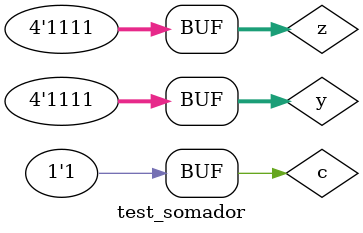
<source format=v>

module C1 (output  s,
input  a, 
input  b);

xor XOR1 (s,a,b);

endmodule//C1 

module adder (output  s0, output s1,
input  a, 
input  b);

xor XOR1 (s0,a,b);
and AND1 (s1,a,b);

endmodule//adder

module fulladder (output  s0, output s1,
input  a, 
input  b,
input  c);
wire x,y,z;

adder AD1 (x,y,a,b);
adder AD2 (s0,z,x,c);
or OR1 (s1,z,y);

endmodule//fulladder

module somador (output  s0, output  s1, output  s2, output  s3, output  s4,
input  [3:0] a, 
input  [3:0] b,
input c);

wire w,p,q,r;
wire [3:0] z;
C1 c0(z[0],c,b[0]);
C1 c1(z[1],c,b[1]);
C1 c2(z[2],c,b[2]);
C1 c3(z[3],c,b[3]);
fulladder FA1(s0,w,a[0],z[0],c);
fulladder FA2(s1,p,a[1],z[1],w);
fulladder FA3(s2,q,a[2],z[2],p);
fulladder FA4(s3,r,a[3],z[3],q);
C1 c4(s4,r,c);

endmodule//somador

module test_somador; 
// ------------------------- definir dados 
reg [3:0] y,z;  
reg c;
wire g,h,i,j,k;
somador modulo1 (g,h,i,j,k,y,z,c);
// ------------------------- parte principal 
initial begin 
$display("Exemplo0031 - Gabriel Luiz M. G. Vieira - 441691"); 
$display("Test LU's module"); 
y = 4'b0000; z = 4'b0000; c = 'b0;
// projetar testes do modulo 
#1 $monitor("%4b  %4b  %1b = %1b %4b%4b%4b%4b ",y,z,c,k,j,i,h,g);
#1 y = 4'b0001; z = 4'b0000; c = 'b0;
#1 y = 4'b0001; z = 4'b0001; c = 'b0;
#1 y = 4'b0010; z = 4'b0001; c = 'b0;
#1 y = 4'b0010; z = 4'b0010; c = 'b0;
#1 y = 4'b0011; z = 4'b0010; c = 'b0;
#1 y = 4'b0011; z = 4'b0011; c = 'b0;
#1 y = 4'b0100; z = 4'b0011; c = 'b0;
#1 y = 4'b0100; z = 4'b0100; c = 'b0;
#1 y = 4'b0101; z = 4'b0100; c = 'b0;
#1 y = 4'b0101; z = 4'b0101; c = 'b0;
#1 y = 4'b0110; z = 4'b0101; c = 'b0;
#1 y = 4'b0110; z = 4'b0110; c = 'b0;
#1 y = 4'b0111; z = 4'b0110; c = 'b0;
#1 y = 4'b0111; z = 4'b0111; c = 'b0;
#1 y = 4'b1000; z = 4'b0111; c = 'b0;
#1 y = 4'b1000; z = 4'b1000; c = 'b0;
#1 y = 4'b1001; z = 4'b1000; c = 'b0;
#1 y = 4'b1001; z = 4'b1001; c = 'b0;
#1 y = 4'b1010; z = 4'b1001; c = 'b0;
#1 y = 4'b1010; z = 4'b1010; c = 'b0;
#1 y = 4'b1011; z = 4'b1010; c = 'b0;
#1 y = 4'b1011; z = 4'b1011; c = 'b0;
#1 y = 4'b1100; z = 4'b1011; c = 'b0;
#1 y = 4'b1100; z = 4'b1100; c = 'b0;
#1 y = 4'b1101; z = 4'b1100; c = 'b0;
#1 y = 4'b1101; z = 4'b1101; c = 'b0;
#1 y = 4'b1110; z = 4'b1101; c = 'b0;
#1 y = 4'b1110; z = 4'b1110; c = 'b0;
#1 y = 4'b1111; z = 4'b1110; c = 'b0;
#1 y = 4'b1111; z = 4'b1111; c = 'b0;

#1 z = 4'b0000; y = 4'b0000; c = 'b1;
#1 z = 4'b0001; y = 4'b0000; c = 'b1;
#1 z = 4'b0001; y = 4'b0001; c = 'b1;
#1 z = 4'b0010; y = 4'b0001; c = 'b1;
#1 z = 4'b0010; y = 4'b0010; c = 'b1;
#1 z = 4'b0011; y = 4'b0010; c = 'b1;
#1 z = 4'b0011; y = 4'b0011; c = 'b1;
#1 z = 4'b0100; y = 4'b0011; c = 'b1;
#1 z = 4'b0100; y = 4'b0100; c = 'b1;
#1 z = 4'b0101; y = 4'b0100; c = 'b1;
#1 z = 4'b0101; y = 4'b0101; c = 'b1;
#1 z = 4'b0110; y = 4'b0101; c = 'b1;
#1 z = 4'b0110; y = 4'b0110; c = 'b1;
#1 z = 4'b0111; y = 4'b0110; c = 'b1;
#1 z = 4'b0111; y = 4'b0111; c = 'b1;
#1 z = 4'b1000; y = 4'b0111; c = 'b1;
#1 z = 4'b1000; y = 4'b1000; c = 'b1;
#1 z = 4'b1001; y = 4'b1000; c = 'b1;
#1 z = 4'b1001; y = 4'b1001; c = 'b1;
#1 z = 4'b1010; y = 4'b1001; c = 'b1;
#1 z = 4'b1010; y = 4'b1010; c = 'b1;
#1 z = 4'b1011; y = 4'b1010; c = 'b1;
#1 z = 4'b1011; y = 4'b1011; c = 'b1;
#1 z = 4'b1100; y = 4'b1011; c = 'b1;
#1 z = 4'b1100; y = 4'b1100; c = 'b1;
#1 z = 4'b1101; y = 4'b1100; c = 'b1;
#1 z = 4'b1101; y = 4'b1101; c = 'b1;
#1 z = 4'b1110; y = 4'b1101; c = 'b1;
#1 z = 4'b1110; y = 4'b1110; c = 'b1;
#1 z = 4'b1111; y = 4'b1110; c = 'b1;
#1 z = 4'b1111; y = 4'b1111; c = 'b1;

end 
endmodule // test_somador 
</source>
